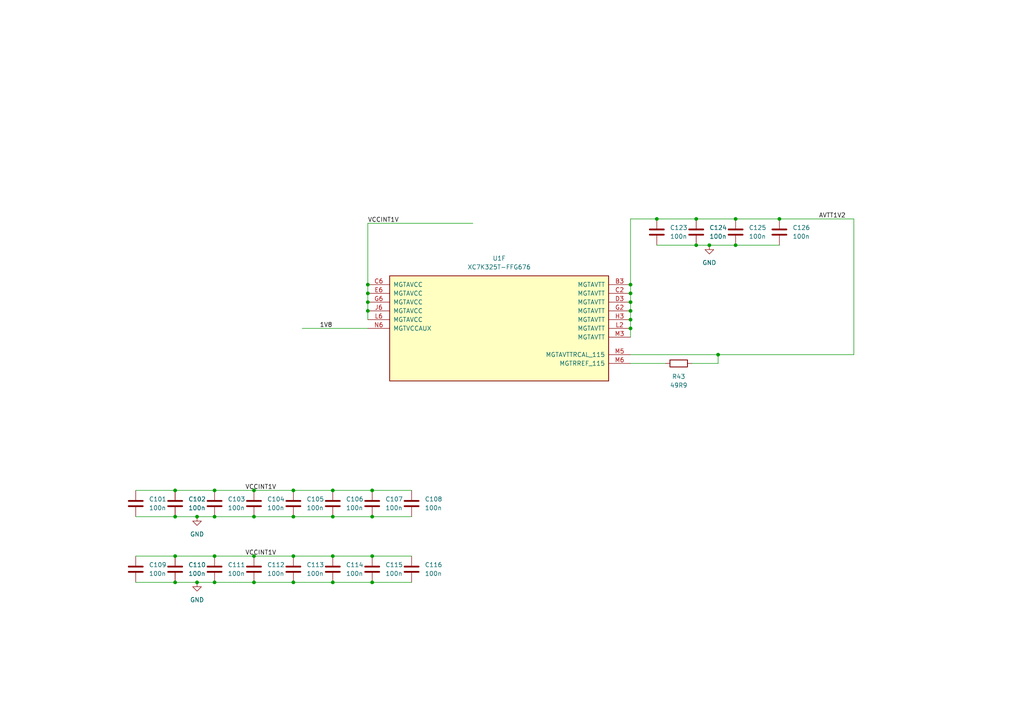
<source format=kicad_sch>
(kicad_sch (version 20230121) (generator eeschema)
  (paper "A4")
  (junction (at 85.09 149.86))
  (junction (at 190.5 63.5))
  (junction (at 106.68 85.09))
  (junction (at 73.66 149.86))
  (junction (at 182.88 92.71))
  (junction (at 62.23 142.24))
  (junction (at 85.09 161.29))
  (junction (at 62.23 149.86))
  (junction (at 57.15 168.91))
  (junction (at 62.23 168.91))
  (junction (at 106.68 90.17))
  (junction (at 50.8 149.86))
  (junction (at 205.74 71.12))
  (junction (at 107.95 149.86))
  (junction (at 213.36 71.12))
  (junction (at 50.8 142.24))
  (junction (at 96.52 142.24))
  (junction (at 73.66 161.29))
  (junction (at 85.09 168.91))
  (junction (at 50.8 168.91))
  (junction (at 73.66 168.91))
  (junction (at 182.88 87.63))
  (junction (at 208.28 102.87))
  (junction (at 107.95 142.24))
  (junction (at 213.36 63.5))
  (junction (at 182.88 82.55))
  (junction (at 50.8 161.29))
  (junction (at 107.95 168.91))
  (junction (at 182.88 95.25))
  (junction (at 85.09 142.24))
  (junction (at 106.68 82.55))
  (junction (at 96.52 168.91))
  (junction (at 201.93 63.5))
  (junction (at 62.23 161.29))
  (junction (at 201.93 71.12))
  (junction (at 226.06 63.5))
  (junction (at 96.52 161.29))
  (junction (at 107.95 161.29))
  (junction (at 182.88 90.17))
  (junction (at 182.88 85.09))
  (junction (at 106.68 87.63))
  (junction (at 96.52 149.86))
  (junction (at 57.15 149.86))
  (junction (at 73.66 142.24))
  (wire (pts (xy 201.93 63.5) (xy 213.36 63.5)))
  (wire (pts (xy 182.88 105.41) (xy 193.04 105.41)))
  (wire (pts (xy 96.52 142.24) (xy 107.95 142.24)))
  (wire (pts (xy 50.8 149.86) (xy 57.15 149.86)))
  (wire (pts (xy 85.09 161.29) (xy 96.52 161.29)))
  (wire (pts (xy 87.63 95.25) (xy 106.68 95.25)))
  (wire (pts (xy 208.28 102.87) (xy 247.65 102.87)))
  (wire (pts (xy 57.15 168.91) (xy 62.23 168.91)))
  (wire (pts (xy 106.68 64.77) (xy 137.16 64.77)))
  (wire (pts (xy 213.36 63.5) (xy 226.06 63.5)))
  (wire (pts (xy 39.37 149.86) (xy 50.8 149.86)))
  (wire (pts (xy 96.52 149.86) (xy 107.95 149.86)))
  (wire (pts (xy 73.66 161.29) (xy 85.09 161.29)))
  (wire (pts (xy 106.68 85.09) (xy 106.68 82.55)))
  (wire (pts (xy 208.28 102.87) (xy 182.88 102.87)))
  (wire (pts (xy 208.28 105.41) (xy 208.28 102.87)))
  (wire (pts (xy 73.66 142.24) (xy 85.09 142.24)))
  (wire (pts (xy 182.88 95.25) (xy 182.88 97.79)))
  (wire (pts (xy 107.95 168.91) (xy 119.38 168.91)))
  (wire (pts (xy 50.8 168.91) (xy 57.15 168.91)))
  (wire (pts (xy 182.88 90.17) (xy 182.88 92.71)))
  (wire (pts (xy 96.52 161.29) (xy 107.95 161.29)))
  (wire (pts (xy 85.09 142.24) (xy 96.52 142.24)))
  (wire (pts (xy 182.88 87.63) (xy 182.88 90.17)))
  (wire (pts (xy 62.23 168.91) (xy 73.66 168.91)))
  (wire (pts (xy 182.88 85.09) (xy 182.88 87.63)))
  (wire (pts (xy 107.95 142.24) (xy 119.38 142.24)))
  (wire (pts (xy 182.88 82.55) (xy 182.88 63.5)))
  (wire (pts (xy 73.66 168.91) (xy 85.09 168.91)))
  (wire (pts (xy 201.93 71.12) (xy 205.74 71.12)))
  (wire (pts (xy 106.68 90.17) (xy 106.68 87.63)))
  (wire (pts (xy 106.68 64.77) (xy 106.68 82.55)))
  (wire (pts (xy 62.23 149.86) (xy 73.66 149.86)))
  (wire (pts (xy 106.68 87.63) (xy 106.68 85.09)))
  (wire (pts (xy 39.37 142.24) (xy 50.8 142.24)))
  (wire (pts (xy 85.09 168.91) (xy 96.52 168.91)))
  (wire (pts (xy 182.88 63.5) (xy 190.5 63.5)))
  (wire (pts (xy 226.06 63.5) (xy 247.65 63.5)))
  (wire (pts (xy 190.5 71.12) (xy 201.93 71.12)))
  (wire (pts (xy 247.65 102.87) (xy 247.65 63.5)))
  (wire (pts (xy 205.74 71.12) (xy 213.36 71.12)))
  (wire (pts (xy 85.09 149.86) (xy 96.52 149.86)))
  (wire (pts (xy 182.88 82.55) (xy 182.88 85.09)))
  (wire (pts (xy 107.95 161.29) (xy 119.38 161.29)))
  (wire (pts (xy 62.23 161.29) (xy 73.66 161.29)))
  (wire (pts (xy 190.5 63.5) (xy 201.93 63.5)))
  (wire (pts (xy 50.8 161.29) (xy 62.23 161.29)))
  (wire (pts (xy 213.36 71.12) (xy 226.06 71.12)))
  (wire (pts (xy 182.88 92.71) (xy 182.88 95.25)))
  (wire (pts (xy 39.37 161.29) (xy 50.8 161.29)))
  (wire (pts (xy 50.8 142.24) (xy 62.23 142.24)))
  (wire (pts (xy 106.68 92.71) (xy 106.68 90.17)))
  (wire (pts (xy 73.66 149.86) (xy 85.09 149.86)))
  (wire (pts (xy 39.37 168.91) (xy 50.8 168.91)))
  (wire (pts (xy 57.15 149.86) (xy 62.23 149.86)))
  (wire (pts (xy 62.23 142.24) (xy 73.66 142.24)))
  (wire (pts (xy 96.52 168.91) (xy 107.95 168.91)))
  (wire (pts (xy 107.95 149.86) (xy 119.38 149.86)))
  (wire (pts (xy 200.66 105.41) (xy 208.28 105.41)))
  (label "AVTT1V2" (at 237.49 63.5 0))
  (label "VCCINT1V" (at 71.12 142.24 0))
  (label "VCCINT1V" (at 106.68 64.77 0))
  (label "1V8" (at 92.71 95.25 0))
  (label "VCCINT1V" (at 71.12 161.29 0))
  (symbol (lib_id "Device:C") (at 85.09 165.1 0) (unit 1)
    (property "Reference" "C113" (at 88.9 163.83 0) (effects (justify left)))
    (property "Value" "100n" (at 88.9 166.37 0) (effects (justify left)))
    (property "Footprint" "Capacitor_SMD:C_0201_0603Metric_Pad0.64x0.40mm_HandSolder" (effects hide))
  )
  (symbol (lib_id "Device:C") (at 107.95 146.05 0) (unit 1)
    (property "Reference" "C107" (at 111.76 144.78 0) (effects (justify left)))
    (property "Value" "100n" (at 111.76 147.32 0) (effects (justify left)))
    (property "Footprint" "Capacitor_SMD:C_0201_0603Metric_Pad0.64x0.40mm_HandSolder" (effects hide))
  )
  (symbol (lib_id "Device:C") (at 107.95 165.1 0) (unit 1)
    (property "Reference" "C115" (at 111.76 163.83 0) (effects (justify left)))
    (property "Value" "100n" (at 111.76 166.37 0) (effects (justify left)))
    (property "Footprint" "Capacitor_SMD:C_0201_0603Metric_Pad0.64x0.40mm_HandSolder" (effects hide))
  )
  (symbol (lib_id "FPGA_Xilinx_Kintex7:XC7K325T-FFG676") (at 144.78 95.25 0) (unit 6)
    (property "Reference" "U1" (at 144.78 74.93 0))
    (property "Value" "XC7K325T-FFG676" (at 144.78 77.47 0))
    (property "Footprint" "Package_BGA:Xilinx_FFG676" (effects hide))
    (instances (project "PCIexpress_x4_half" (path "" (reference "U1") (unit 6)) (path "" (reference "U2") (unit 6)) (path "" (reference "U1") (unit 6))))
  )
  (symbol (lib_id "Device:C") (at 39.37 165.1 0) (unit 1)
    (property "Reference" "C109" (at 43.18 163.83 0) (effects (justify left)))
    (property "Value" "100n" (at 43.18 166.37 0) (effects (justify left)))
    (property "Footprint" "Capacitor_SMD:C_0201_0603Metric_Pad0.64x0.40mm_HandSolder" (effects hide))
  )
  (symbol (lib_id "Device:C") (at 96.52 146.05 0) (unit 1)
    (property "Reference" "C106" (at 100.33 144.78 0) (effects (justify left)))
    (property "Value" "100n" (at 100.33 147.32 0) (effects (justify left)))
    (property "Footprint" "Capacitor_SMD:C_0201_0603Metric_Pad0.64x0.40mm_HandSolder" (effects hide))
  )
  (symbol (lib_id "Device:C") (at 62.23 146.05 0) (unit 1)
    (property "Reference" "C103" (at 66.04 144.78 0) (effects (justify left)))
    (property "Value" "100n" (at 66.04 147.32 0) (effects (justify left)))
    (property "Footprint" "Capacitor_SMD:C_0201_0603Metric_Pad0.64x0.40mm_HandSolder" (effects hide))
  )
  (symbol (lib_id "Device:C") (at 73.66 165.1 0) (unit 1)
    (property "Reference" "C112" (at 77.47 163.83 0) (effects (justify left)))
    (property "Value" "100n" (at 77.47 166.37 0) (effects (justify left)))
    (property "Footprint" "Capacitor_SMD:C_0201_0603Metric_Pad0.64x0.40mm_HandSolder" (effects hide))
  )
  (symbol (lib_id "Device:C") (at 119.38 165.1 0) (unit 1)
    (property "Reference" "C116" (at 123.19 163.83 0) (effects (justify left)))
    (property "Value" "100n" (at 123.19 166.37 0) (effects (justify left)))
    (property "Footprint" "Capacitor_SMD:C_0201_0603Metric_Pad0.64x0.40mm_HandSolder" (effects hide))
  )
  (symbol (lib_id "Device:C") (at 39.37 146.05 0) (unit 1)
    (property "Reference" "C101" (at 43.18 144.78 0) (effects (justify left)))
    (property "Value" "100n" (at 43.18 147.32 0) (effects (justify left)))
    (property "Footprint" "Capacitor_SMD:C_0201_0603Metric_Pad0.64x0.40mm_HandSolder" (effects hide))
  )
  (symbol (lib_id "Device:C") (at 62.23 165.1 0) (unit 1)
    (property "Reference" "C111" (at 66.04 163.83 0) (effects (justify left)))
    (property "Value" "100n" (at 66.04 166.37 0) (effects (justify left)))
    (property "Footprint" "Capacitor_SMD:C_0201_0603Metric_Pad0.64x0.40mm_HandSolder" (effects hide))
  )
  (symbol (lib_id "Device:C") (at 213.36 67.31 0) (unit 1)
    (property "Reference" "C125" (at 217.17 66.04 0) (effects (justify left)))
    (property "Value" "100n" (at 217.17 68.58 0) (effects (justify left)))
    (property "Footprint" "Capacitor_SMD:C_0603_1608Metric_Pad1.08x0.95mm_HandSolder" (effects hide))
  )
  (symbol (lib_id "Device:C") (at 85.09 146.05 0) (unit 1)
    (property "Reference" "C105" (at 88.9 144.78 0) (effects (justify left)))
    (property "Value" "100n" (at 88.9 147.32 0) (effects (justify left)))
    (property "Footprint" "Capacitor_SMD:C_0201_0603Metric_Pad0.64x0.40mm_HandSolder" (effects hide))
  )
  (symbol (lib_id "Device:C") (at 73.66 146.05 0) (unit 1)
    (property "Reference" "C104" (at 77.47 144.78 0) (effects (justify left)))
    (property "Value" "100n" (at 77.47 147.32 0) (effects (justify left)))
    (property "Footprint" "Capacitor_SMD:C_0201_0603Metric_Pad0.64x0.40mm_HandSolder" (effects hide))
  )
  (symbol (lib_id "Device:C") (at 190.5 67.31 0) (unit 1)
    (property "Reference" "C123" (at 194.31 66.04 0) (effects (justify left)))
    (property "Value" "100n" (at 194.31 68.58 0) (effects (justify left)))
    (property "Footprint" "Capacitor_SMD:C_0603_1608Metric_Pad1.08x0.95mm_HandSolder" (effects hide))
  )
  (symbol (lib_id "power:GND") (at 57.15 149.86 0) (unit 1)
    (property "Reference" "#PWR062" (effects hide))
    (property "Value" "GND" (at 57.15 154.94 0))
  )
  (symbol (lib_id "Device:C") (at 119.38 146.05 0) (unit 1)
    (property "Reference" "C108" (at 123.19 144.78 0) (effects (justify left)))
    (property "Value" "100n" (at 123.19 147.32 0) (effects (justify left)))
    (property "Footprint" "Capacitor_SMD:C_0201_0603Metric_Pad0.64x0.40mm_HandSolder" (effects hide))
  )
  (symbol (lib_id "Device:C") (at 96.52 165.1 0) (unit 1)
    (property "Reference" "C114" (at 100.33 163.83 0) (effects (justify left)))
    (property "Value" "100n" (at 100.33 166.37 0) (effects (justify left)))
    (property "Footprint" "Capacitor_SMD:C_0201_0603Metric_Pad0.64x0.40mm_HandSolder" (effects hide))
  )
  (symbol (lib_id "Device:C") (at 226.06 67.31 0) (unit 1)
    (property "Reference" "C126" (at 229.87 66.04 0) (effects (justify left)))
    (property "Value" "100n" (at 229.87 68.58 0) (effects (justify left)))
    (property "Footprint" "Capacitor_SMD:C_0603_1608Metric_Pad1.08x0.95mm_HandSolder" (effects hide))
  )
  (symbol (lib_id "Device:C") (at 201.93 67.31 0) (unit 1)
    (property "Reference" "C124" (at 205.74 66.04 0) (effects (justify left)))
    (property "Value" "100n" (at 205.74 68.58 0) (effects (justify left)))
    (property "Footprint" "Capacitor_SMD:C_0603_1608Metric_Pad1.08x0.95mm_HandSolder" (effects hide))
  )
  (symbol (lib_id "Device:R") (at 196.85 105.41 90) (unit 1)
    (property "Reference" "R43" (at 196.85 109.22 90))
    (property "Value" "49R9" (at 196.85 111.76 90))
    (property "Footprint" "Resistor_SMD:R_0603_1608Metric_Pad0.98x0.95mm_HandSolder" (effects hide))
  )
  (symbol (lib_id "power:GND") (at 205.74 71.12 0) (unit 1)
    (property "Reference" "#PWR065" (effects hide))
    (property "Value" "GND" (at 205.74 76.2 0))
  )
  (symbol (lib_id "Device:C") (at 50.8 165.1 0) (unit 1)
    (property "Reference" "C110" (at 54.61 163.83 0) (effects (justify left)))
    (property "Value" "100n" (at 54.61 166.37 0) (effects (justify left)))
    (property "Footprint" "Capacitor_SMD:C_0201_0603Metric_Pad0.64x0.40mm_HandSolder" (effects hide))
  )
  (symbol (lib_id "power:GND") (at 57.15 168.91 0) (unit 1)
    (property "Reference" "#PWR063" (effects hide))
    (property "Value" "GND" (at 57.15 173.99 0))
  )
  (symbol (lib_id "Device:C") (at 50.8 146.05 0) (unit 1)
    (property "Reference" "C102" (at 54.61 144.78 0) (effects (justify left)))
    (property "Value" "100n" (at 54.61 147.32 0) (effects (justify left)))
    (property "Footprint" "Capacitor_SMD:C_0201_0603Metric_Pad0.64x0.40mm_HandSolder" (effects hide))
  )
)
</source>
